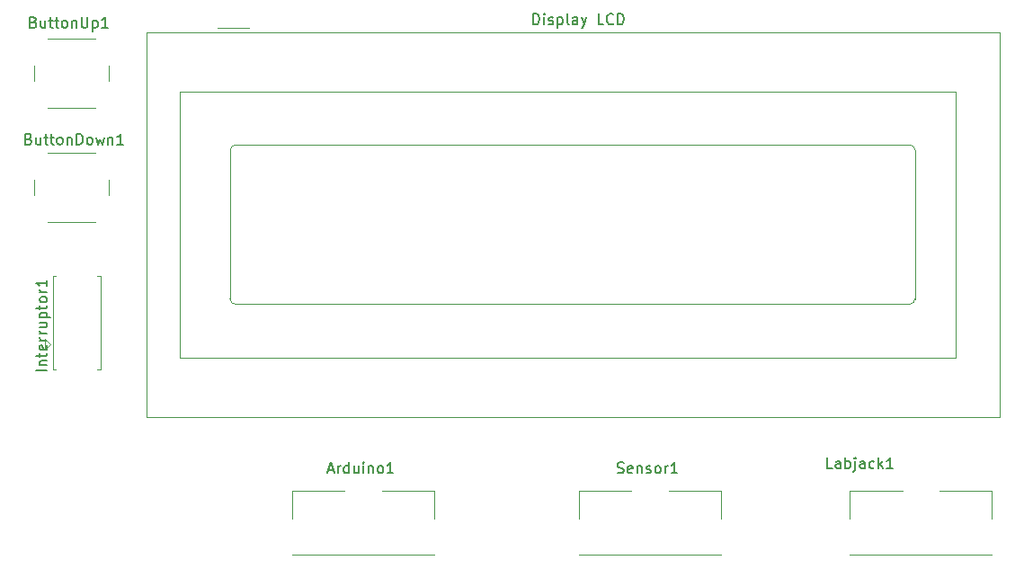
<source format=gbr>
G04 #@! TF.GenerationSoftware,KiCad,Pcbnew,5.1.1-8be2ce7~80~ubuntu16.04.1*
G04 #@! TF.CreationDate,2019-04-23T13:07:39+02:00*
G04 #@! TF.ProjectId,noname,6e6f6e61-6d65-42e6-9b69-6361645f7063,rev?*
G04 #@! TF.SameCoordinates,Original*
G04 #@! TF.FileFunction,Legend,Top*
G04 #@! TF.FilePolarity,Positive*
%FSLAX46Y46*%
G04 Gerber Fmt 4.6, Leading zero omitted, Abs format (unit mm)*
G04 Created by KiCad (PCBNEW 5.1.1-8be2ce7~80~ubuntu16.04.1) date 2019-04-23 13:07:39*
%MOMM*%
%LPD*%
G04 APERTURE LIST*
%ADD10C,0.120000*%
%ADD11C,0.150000*%
G04 APERTURE END LIST*
D10*
X185790000Y-96750000D02*
X185790000Y-97750000D01*
X186290000Y-97250000D02*
X185790000Y-96750000D01*
X185790000Y-97750000D02*
X186290000Y-97250000D01*
X191010000Y-90840000D02*
X190700000Y-90840000D01*
X191010000Y-99660000D02*
X190700000Y-99660000D01*
X186800000Y-99660000D02*
X186490000Y-99660000D01*
X191010000Y-90840000D02*
X191010000Y-99660000D01*
X186490000Y-90840000D02*
X186800000Y-90840000D01*
X186490000Y-99660000D02*
X186490000Y-90840000D01*
X191750000Y-83250000D02*
X191750000Y-81750000D01*
X190500000Y-79250000D02*
X186000000Y-79250000D01*
X184750000Y-81750000D02*
X184750000Y-83250000D01*
X186000000Y-85750000D02*
X190500000Y-85750000D01*
X191750000Y-72500000D02*
X191750000Y-71000000D01*
X190500000Y-68500000D02*
X186000000Y-68500000D01*
X184750000Y-71000000D02*
X184750000Y-72500000D01*
X186000000Y-75000000D02*
X190500000Y-75000000D01*
X222450000Y-117100000D02*
X209050000Y-117100000D01*
X222450000Y-111100000D02*
X217500000Y-111100000D01*
X222450000Y-111100000D02*
X222450000Y-113700000D01*
X209050000Y-111100000D02*
X209050000Y-113700000D01*
X209050000Y-111100000D02*
X214000000Y-111100000D01*
X195360000Y-104140000D02*
X275640000Y-104140000D01*
X275640000Y-104140000D02*
X275640000Y-67860000D01*
X275640000Y-67860000D02*
X196160000Y-67860000D01*
X195360000Y-67860000D02*
X195360000Y-104140000D01*
X195370000Y-67860000D02*
X196160000Y-67860000D01*
X202000000Y-67500000D02*
X205000000Y-67500000D01*
X203700000Y-78500000D02*
X267200000Y-78500000D01*
X203200280Y-92999320D02*
X203200280Y-79000000D01*
X267200660Y-93500000D02*
X203700000Y-93500000D01*
X267700000Y-79000000D02*
X267700000Y-93000000D01*
X267700000Y-79000000D02*
G75*
G03X267200000Y-78500000I-500000J0D01*
G01*
X267200660Y-93499700D02*
G75*
G03X267701040Y-92999320I0J500380D01*
G01*
X203200280Y-92999320D02*
G75*
G03X203700660Y-93499700I500380J0D01*
G01*
X203700660Y-78498460D02*
G75*
G03X203200280Y-78998840I0J-500380D01*
G01*
X198500000Y-73500000D02*
X271500000Y-73500000D01*
X271500000Y-73500000D02*
X271500000Y-98500000D01*
X271500000Y-98500000D02*
X198500000Y-98500000D01*
X198500000Y-98500000D02*
X198500000Y-73500000D01*
X261550000Y-111100000D02*
X266500000Y-111100000D01*
X261550000Y-111100000D02*
X261550000Y-113700000D01*
X274950000Y-111100000D02*
X274950000Y-113700000D01*
X274950000Y-111100000D02*
X270000000Y-111100000D01*
X274950000Y-117100000D02*
X261550000Y-117100000D01*
X236050000Y-111100000D02*
X241000000Y-111100000D01*
X236050000Y-111100000D02*
X236050000Y-113700000D01*
X249450000Y-111100000D02*
X249450000Y-113700000D01*
X249450000Y-111100000D02*
X244500000Y-111100000D01*
X249450000Y-117100000D02*
X236050000Y-117100000D01*
D11*
X185952380Y-99714285D02*
X184952380Y-99714285D01*
X185285714Y-99238095D02*
X185952380Y-99238095D01*
X185380952Y-99238095D02*
X185333333Y-99190476D01*
X185285714Y-99095238D01*
X185285714Y-98952380D01*
X185333333Y-98857142D01*
X185428571Y-98809523D01*
X185952380Y-98809523D01*
X185285714Y-98476190D02*
X185285714Y-98095238D01*
X184952380Y-98333333D02*
X185809523Y-98333333D01*
X185904761Y-98285714D01*
X185952380Y-98190476D01*
X185952380Y-98095238D01*
X185904761Y-97380952D02*
X185952380Y-97476190D01*
X185952380Y-97666666D01*
X185904761Y-97761904D01*
X185809523Y-97809523D01*
X185428571Y-97809523D01*
X185333333Y-97761904D01*
X185285714Y-97666666D01*
X185285714Y-97476190D01*
X185333333Y-97380952D01*
X185428571Y-97333333D01*
X185523809Y-97333333D01*
X185619047Y-97809523D01*
X185952380Y-96904761D02*
X185285714Y-96904761D01*
X185476190Y-96904761D02*
X185380952Y-96857142D01*
X185333333Y-96809523D01*
X185285714Y-96714285D01*
X185285714Y-96619047D01*
X185952380Y-96285714D02*
X185285714Y-96285714D01*
X185476190Y-96285714D02*
X185380952Y-96238095D01*
X185333333Y-96190476D01*
X185285714Y-96095238D01*
X185285714Y-96000000D01*
X185285714Y-95238095D02*
X185952380Y-95238095D01*
X185285714Y-95666666D02*
X185809523Y-95666666D01*
X185904761Y-95619047D01*
X185952380Y-95523809D01*
X185952380Y-95380952D01*
X185904761Y-95285714D01*
X185857142Y-95238095D01*
X185285714Y-94761904D02*
X186285714Y-94761904D01*
X185333333Y-94761904D02*
X185285714Y-94666666D01*
X185285714Y-94476190D01*
X185333333Y-94380952D01*
X185380952Y-94333333D01*
X185476190Y-94285714D01*
X185761904Y-94285714D01*
X185857142Y-94333333D01*
X185904761Y-94380952D01*
X185952380Y-94476190D01*
X185952380Y-94666666D01*
X185904761Y-94761904D01*
X185285714Y-94000000D02*
X185285714Y-93619047D01*
X184952380Y-93857142D02*
X185809523Y-93857142D01*
X185904761Y-93809523D01*
X185952380Y-93714285D01*
X185952380Y-93619047D01*
X185952380Y-93142857D02*
X185904761Y-93238095D01*
X185857142Y-93285714D01*
X185761904Y-93333333D01*
X185476190Y-93333333D01*
X185380952Y-93285714D01*
X185333333Y-93238095D01*
X185285714Y-93142857D01*
X185285714Y-93000000D01*
X185333333Y-92904761D01*
X185380952Y-92857142D01*
X185476190Y-92809523D01*
X185761904Y-92809523D01*
X185857142Y-92857142D01*
X185904761Y-92904761D01*
X185952380Y-93000000D01*
X185952380Y-93142857D01*
X185952380Y-92380952D02*
X185285714Y-92380952D01*
X185476190Y-92380952D02*
X185380952Y-92333333D01*
X185333333Y-92285714D01*
X185285714Y-92190476D01*
X185285714Y-92095238D01*
X185952380Y-91238095D02*
X185952380Y-91809523D01*
X185952380Y-91523809D02*
X184952380Y-91523809D01*
X185095238Y-91619047D01*
X185190476Y-91714285D01*
X185238095Y-91809523D01*
X184238095Y-77928571D02*
X184380952Y-77976190D01*
X184428571Y-78023809D01*
X184476190Y-78119047D01*
X184476190Y-78261904D01*
X184428571Y-78357142D01*
X184380952Y-78404761D01*
X184285714Y-78452380D01*
X183904761Y-78452380D01*
X183904761Y-77452380D01*
X184238095Y-77452380D01*
X184333333Y-77500000D01*
X184380952Y-77547619D01*
X184428571Y-77642857D01*
X184428571Y-77738095D01*
X184380952Y-77833333D01*
X184333333Y-77880952D01*
X184238095Y-77928571D01*
X183904761Y-77928571D01*
X185333333Y-77785714D02*
X185333333Y-78452380D01*
X184904761Y-77785714D02*
X184904761Y-78309523D01*
X184952380Y-78404761D01*
X185047619Y-78452380D01*
X185190476Y-78452380D01*
X185285714Y-78404761D01*
X185333333Y-78357142D01*
X185666666Y-77785714D02*
X186047619Y-77785714D01*
X185809523Y-77452380D02*
X185809523Y-78309523D01*
X185857142Y-78404761D01*
X185952380Y-78452380D01*
X186047619Y-78452380D01*
X186238095Y-77785714D02*
X186619047Y-77785714D01*
X186380952Y-77452380D02*
X186380952Y-78309523D01*
X186428571Y-78404761D01*
X186523809Y-78452380D01*
X186619047Y-78452380D01*
X187095238Y-78452380D02*
X187000000Y-78404761D01*
X186952380Y-78357142D01*
X186904761Y-78261904D01*
X186904761Y-77976190D01*
X186952380Y-77880952D01*
X187000000Y-77833333D01*
X187095238Y-77785714D01*
X187238095Y-77785714D01*
X187333333Y-77833333D01*
X187380952Y-77880952D01*
X187428571Y-77976190D01*
X187428571Y-78261904D01*
X187380952Y-78357142D01*
X187333333Y-78404761D01*
X187238095Y-78452380D01*
X187095238Y-78452380D01*
X187857142Y-77785714D02*
X187857142Y-78452380D01*
X187857142Y-77880952D02*
X187904761Y-77833333D01*
X188000000Y-77785714D01*
X188142857Y-77785714D01*
X188238095Y-77833333D01*
X188285714Y-77928571D01*
X188285714Y-78452380D01*
X188761904Y-78452380D02*
X188761904Y-77452380D01*
X189000000Y-77452380D01*
X189142857Y-77500000D01*
X189238095Y-77595238D01*
X189285714Y-77690476D01*
X189333333Y-77880952D01*
X189333333Y-78023809D01*
X189285714Y-78214285D01*
X189238095Y-78309523D01*
X189142857Y-78404761D01*
X189000000Y-78452380D01*
X188761904Y-78452380D01*
X189904761Y-78452380D02*
X189809523Y-78404761D01*
X189761904Y-78357142D01*
X189714285Y-78261904D01*
X189714285Y-77976190D01*
X189761904Y-77880952D01*
X189809523Y-77833333D01*
X189904761Y-77785714D01*
X190047619Y-77785714D01*
X190142857Y-77833333D01*
X190190476Y-77880952D01*
X190238095Y-77976190D01*
X190238095Y-78261904D01*
X190190476Y-78357142D01*
X190142857Y-78404761D01*
X190047619Y-78452380D01*
X189904761Y-78452380D01*
X190571428Y-77785714D02*
X190761904Y-78452380D01*
X190952380Y-77976190D01*
X191142857Y-78452380D01*
X191333333Y-77785714D01*
X191714285Y-77785714D02*
X191714285Y-78452380D01*
X191714285Y-77880952D02*
X191761904Y-77833333D01*
X191857142Y-77785714D01*
X192000000Y-77785714D01*
X192095238Y-77833333D01*
X192142857Y-77928571D01*
X192142857Y-78452380D01*
X193142857Y-78452380D02*
X192571428Y-78452380D01*
X192857142Y-78452380D02*
X192857142Y-77452380D01*
X192761904Y-77595238D01*
X192666666Y-77690476D01*
X192571428Y-77738095D01*
X184690476Y-66928571D02*
X184833333Y-66976190D01*
X184880952Y-67023809D01*
X184928571Y-67119047D01*
X184928571Y-67261904D01*
X184880952Y-67357142D01*
X184833333Y-67404761D01*
X184738095Y-67452380D01*
X184357142Y-67452380D01*
X184357142Y-66452380D01*
X184690476Y-66452380D01*
X184785714Y-66500000D01*
X184833333Y-66547619D01*
X184880952Y-66642857D01*
X184880952Y-66738095D01*
X184833333Y-66833333D01*
X184785714Y-66880952D01*
X184690476Y-66928571D01*
X184357142Y-66928571D01*
X185785714Y-66785714D02*
X185785714Y-67452380D01*
X185357142Y-66785714D02*
X185357142Y-67309523D01*
X185404761Y-67404761D01*
X185500000Y-67452380D01*
X185642857Y-67452380D01*
X185738095Y-67404761D01*
X185785714Y-67357142D01*
X186119047Y-66785714D02*
X186500000Y-66785714D01*
X186261904Y-66452380D02*
X186261904Y-67309523D01*
X186309523Y-67404761D01*
X186404761Y-67452380D01*
X186500000Y-67452380D01*
X186690476Y-66785714D02*
X187071428Y-66785714D01*
X186833333Y-66452380D02*
X186833333Y-67309523D01*
X186880952Y-67404761D01*
X186976190Y-67452380D01*
X187071428Y-67452380D01*
X187547619Y-67452380D02*
X187452380Y-67404761D01*
X187404761Y-67357142D01*
X187357142Y-67261904D01*
X187357142Y-66976190D01*
X187404761Y-66880952D01*
X187452380Y-66833333D01*
X187547619Y-66785714D01*
X187690476Y-66785714D01*
X187785714Y-66833333D01*
X187833333Y-66880952D01*
X187880952Y-66976190D01*
X187880952Y-67261904D01*
X187833333Y-67357142D01*
X187785714Y-67404761D01*
X187690476Y-67452380D01*
X187547619Y-67452380D01*
X188309523Y-66785714D02*
X188309523Y-67452380D01*
X188309523Y-66880952D02*
X188357142Y-66833333D01*
X188452380Y-66785714D01*
X188595238Y-66785714D01*
X188690476Y-66833333D01*
X188738095Y-66928571D01*
X188738095Y-67452380D01*
X189214285Y-66452380D02*
X189214285Y-67261904D01*
X189261904Y-67357142D01*
X189309523Y-67404761D01*
X189404761Y-67452380D01*
X189595238Y-67452380D01*
X189690476Y-67404761D01*
X189738095Y-67357142D01*
X189785714Y-67261904D01*
X189785714Y-66452380D01*
X190261904Y-66785714D02*
X190261904Y-67785714D01*
X190261904Y-66833333D02*
X190357142Y-66785714D01*
X190547619Y-66785714D01*
X190642857Y-66833333D01*
X190690476Y-66880952D01*
X190738095Y-66976190D01*
X190738095Y-67261904D01*
X190690476Y-67357142D01*
X190642857Y-67404761D01*
X190547619Y-67452380D01*
X190357142Y-67452380D01*
X190261904Y-67404761D01*
X191690476Y-67452380D02*
X191119047Y-67452380D01*
X191404761Y-67452380D02*
X191404761Y-66452380D01*
X191309523Y-66595238D01*
X191214285Y-66690476D01*
X191119047Y-66738095D01*
X212428571Y-109116666D02*
X212904761Y-109116666D01*
X212333333Y-109402380D02*
X212666666Y-108402380D01*
X213000000Y-109402380D01*
X213333333Y-109402380D02*
X213333333Y-108735714D01*
X213333333Y-108926190D02*
X213380952Y-108830952D01*
X213428571Y-108783333D01*
X213523809Y-108735714D01*
X213619047Y-108735714D01*
X214380952Y-109402380D02*
X214380952Y-108402380D01*
X214380952Y-109354761D02*
X214285714Y-109402380D01*
X214095238Y-109402380D01*
X214000000Y-109354761D01*
X213952380Y-109307142D01*
X213904761Y-109211904D01*
X213904761Y-108926190D01*
X213952380Y-108830952D01*
X214000000Y-108783333D01*
X214095238Y-108735714D01*
X214285714Y-108735714D01*
X214380952Y-108783333D01*
X215285714Y-108735714D02*
X215285714Y-109402380D01*
X214857142Y-108735714D02*
X214857142Y-109259523D01*
X214904761Y-109354761D01*
X215000000Y-109402380D01*
X215142857Y-109402380D01*
X215238095Y-109354761D01*
X215285714Y-109307142D01*
X215761904Y-109402380D02*
X215761904Y-108735714D01*
X215761904Y-108402380D02*
X215714285Y-108450000D01*
X215761904Y-108497619D01*
X215809523Y-108450000D01*
X215761904Y-108402380D01*
X215761904Y-108497619D01*
X216238095Y-108735714D02*
X216238095Y-109402380D01*
X216238095Y-108830952D02*
X216285714Y-108783333D01*
X216380952Y-108735714D01*
X216523809Y-108735714D01*
X216619047Y-108783333D01*
X216666666Y-108878571D01*
X216666666Y-109402380D01*
X217285714Y-109402380D02*
X217190476Y-109354761D01*
X217142857Y-109307142D01*
X217095238Y-109211904D01*
X217095238Y-108926190D01*
X217142857Y-108830952D01*
X217190476Y-108783333D01*
X217285714Y-108735714D01*
X217428571Y-108735714D01*
X217523809Y-108783333D01*
X217571428Y-108830952D01*
X217619047Y-108926190D01*
X217619047Y-109211904D01*
X217571428Y-109307142D01*
X217523809Y-109354761D01*
X217428571Y-109402380D01*
X217285714Y-109402380D01*
X218571428Y-109402380D02*
X218000000Y-109402380D01*
X218285714Y-109402380D02*
X218285714Y-108402380D01*
X218190476Y-108545238D01*
X218095238Y-108640476D01*
X218000000Y-108688095D01*
X231761904Y-67142380D02*
X231761904Y-66142380D01*
X232000000Y-66142380D01*
X232142857Y-66190000D01*
X232238095Y-66285238D01*
X232285714Y-66380476D01*
X232333333Y-66570952D01*
X232333333Y-66713809D01*
X232285714Y-66904285D01*
X232238095Y-66999523D01*
X232142857Y-67094761D01*
X232000000Y-67142380D01*
X231761904Y-67142380D01*
X232761904Y-67142380D02*
X232761904Y-66475714D01*
X232761904Y-66142380D02*
X232714285Y-66190000D01*
X232761904Y-66237619D01*
X232809523Y-66190000D01*
X232761904Y-66142380D01*
X232761904Y-66237619D01*
X233190476Y-67094761D02*
X233285714Y-67142380D01*
X233476190Y-67142380D01*
X233571428Y-67094761D01*
X233619047Y-66999523D01*
X233619047Y-66951904D01*
X233571428Y-66856666D01*
X233476190Y-66809047D01*
X233333333Y-66809047D01*
X233238095Y-66761428D01*
X233190476Y-66666190D01*
X233190476Y-66618571D01*
X233238095Y-66523333D01*
X233333333Y-66475714D01*
X233476190Y-66475714D01*
X233571428Y-66523333D01*
X234047619Y-66475714D02*
X234047619Y-67475714D01*
X234047619Y-66523333D02*
X234142857Y-66475714D01*
X234333333Y-66475714D01*
X234428571Y-66523333D01*
X234476190Y-66570952D01*
X234523809Y-66666190D01*
X234523809Y-66951904D01*
X234476190Y-67047142D01*
X234428571Y-67094761D01*
X234333333Y-67142380D01*
X234142857Y-67142380D01*
X234047619Y-67094761D01*
X235095238Y-67142380D02*
X235000000Y-67094761D01*
X234952380Y-66999523D01*
X234952380Y-66142380D01*
X235904761Y-67142380D02*
X235904761Y-66618571D01*
X235857142Y-66523333D01*
X235761904Y-66475714D01*
X235571428Y-66475714D01*
X235476190Y-66523333D01*
X235904761Y-67094761D02*
X235809523Y-67142380D01*
X235571428Y-67142380D01*
X235476190Y-67094761D01*
X235428571Y-66999523D01*
X235428571Y-66904285D01*
X235476190Y-66809047D01*
X235571428Y-66761428D01*
X235809523Y-66761428D01*
X235904761Y-66713809D01*
X236285714Y-66475714D02*
X236523809Y-67142380D01*
X236761904Y-66475714D02*
X236523809Y-67142380D01*
X236428571Y-67380476D01*
X236380952Y-67428095D01*
X236285714Y-67475714D01*
X238380952Y-67142380D02*
X237904761Y-67142380D01*
X237904761Y-66142380D01*
X239285714Y-67047142D02*
X239238095Y-67094761D01*
X239095238Y-67142380D01*
X239000000Y-67142380D01*
X238857142Y-67094761D01*
X238761904Y-66999523D01*
X238714285Y-66904285D01*
X238666666Y-66713809D01*
X238666666Y-66570952D01*
X238714285Y-66380476D01*
X238761904Y-66285238D01*
X238857142Y-66190000D01*
X239000000Y-66142380D01*
X239095238Y-66142380D01*
X239238095Y-66190000D01*
X239285714Y-66237619D01*
X239714285Y-67142380D02*
X239714285Y-66142380D01*
X239952380Y-66142380D01*
X240095238Y-66190000D01*
X240190476Y-66285238D01*
X240238095Y-66380476D01*
X240285714Y-66570952D01*
X240285714Y-66713809D01*
X240238095Y-66904285D01*
X240190476Y-66999523D01*
X240095238Y-67094761D01*
X239952380Y-67142380D01*
X239714285Y-67142380D01*
X259904761Y-108952380D02*
X259428571Y-108952380D01*
X259428571Y-107952380D01*
X260666666Y-108952380D02*
X260666666Y-108428571D01*
X260619047Y-108333333D01*
X260523809Y-108285714D01*
X260333333Y-108285714D01*
X260238095Y-108333333D01*
X260666666Y-108904761D02*
X260571428Y-108952380D01*
X260333333Y-108952380D01*
X260238095Y-108904761D01*
X260190476Y-108809523D01*
X260190476Y-108714285D01*
X260238095Y-108619047D01*
X260333333Y-108571428D01*
X260571428Y-108571428D01*
X260666666Y-108523809D01*
X261142857Y-108952380D02*
X261142857Y-107952380D01*
X261142857Y-108333333D02*
X261238095Y-108285714D01*
X261428571Y-108285714D01*
X261523809Y-108333333D01*
X261571428Y-108380952D01*
X261619047Y-108476190D01*
X261619047Y-108761904D01*
X261571428Y-108857142D01*
X261523809Y-108904761D01*
X261428571Y-108952380D01*
X261238095Y-108952380D01*
X261142857Y-108904761D01*
X262047619Y-108285714D02*
X262047619Y-109142857D01*
X262000000Y-109238095D01*
X261904761Y-109285714D01*
X261857142Y-109285714D01*
X262047619Y-107952380D02*
X262000000Y-108000000D01*
X262047619Y-108047619D01*
X262095238Y-108000000D01*
X262047619Y-107952380D01*
X262047619Y-108047619D01*
X262952380Y-108952380D02*
X262952380Y-108428571D01*
X262904761Y-108333333D01*
X262809523Y-108285714D01*
X262619047Y-108285714D01*
X262523809Y-108333333D01*
X262952380Y-108904761D02*
X262857142Y-108952380D01*
X262619047Y-108952380D01*
X262523809Y-108904761D01*
X262476190Y-108809523D01*
X262476190Y-108714285D01*
X262523809Y-108619047D01*
X262619047Y-108571428D01*
X262857142Y-108571428D01*
X262952380Y-108523809D01*
X263857142Y-108904761D02*
X263761904Y-108952380D01*
X263571428Y-108952380D01*
X263476190Y-108904761D01*
X263428571Y-108857142D01*
X263380952Y-108761904D01*
X263380952Y-108476190D01*
X263428571Y-108380952D01*
X263476190Y-108333333D01*
X263571428Y-108285714D01*
X263761904Y-108285714D01*
X263857142Y-108333333D01*
X264285714Y-108952380D02*
X264285714Y-107952380D01*
X264380952Y-108571428D02*
X264666666Y-108952380D01*
X264666666Y-108285714D02*
X264285714Y-108666666D01*
X265619047Y-108952380D02*
X265047619Y-108952380D01*
X265333333Y-108952380D02*
X265333333Y-107952380D01*
X265238095Y-108095238D01*
X265142857Y-108190476D01*
X265047619Y-108238095D01*
X239690476Y-109354761D02*
X239833333Y-109402380D01*
X240071428Y-109402380D01*
X240166666Y-109354761D01*
X240214285Y-109307142D01*
X240261904Y-109211904D01*
X240261904Y-109116666D01*
X240214285Y-109021428D01*
X240166666Y-108973809D01*
X240071428Y-108926190D01*
X239880952Y-108878571D01*
X239785714Y-108830952D01*
X239738095Y-108783333D01*
X239690476Y-108688095D01*
X239690476Y-108592857D01*
X239738095Y-108497619D01*
X239785714Y-108450000D01*
X239880952Y-108402380D01*
X240119047Y-108402380D01*
X240261904Y-108450000D01*
X241071428Y-109354761D02*
X240976190Y-109402380D01*
X240785714Y-109402380D01*
X240690476Y-109354761D01*
X240642857Y-109259523D01*
X240642857Y-108878571D01*
X240690476Y-108783333D01*
X240785714Y-108735714D01*
X240976190Y-108735714D01*
X241071428Y-108783333D01*
X241119047Y-108878571D01*
X241119047Y-108973809D01*
X240642857Y-109069047D01*
X241547619Y-108735714D02*
X241547619Y-109402380D01*
X241547619Y-108830952D02*
X241595238Y-108783333D01*
X241690476Y-108735714D01*
X241833333Y-108735714D01*
X241928571Y-108783333D01*
X241976190Y-108878571D01*
X241976190Y-109402380D01*
X242404761Y-109354761D02*
X242500000Y-109402380D01*
X242690476Y-109402380D01*
X242785714Y-109354761D01*
X242833333Y-109259523D01*
X242833333Y-109211904D01*
X242785714Y-109116666D01*
X242690476Y-109069047D01*
X242547619Y-109069047D01*
X242452380Y-109021428D01*
X242404761Y-108926190D01*
X242404761Y-108878571D01*
X242452380Y-108783333D01*
X242547619Y-108735714D01*
X242690476Y-108735714D01*
X242785714Y-108783333D01*
X243404761Y-109402380D02*
X243309523Y-109354761D01*
X243261904Y-109307142D01*
X243214285Y-109211904D01*
X243214285Y-108926190D01*
X243261904Y-108830952D01*
X243309523Y-108783333D01*
X243404761Y-108735714D01*
X243547619Y-108735714D01*
X243642857Y-108783333D01*
X243690476Y-108830952D01*
X243738095Y-108926190D01*
X243738095Y-109211904D01*
X243690476Y-109307142D01*
X243642857Y-109354761D01*
X243547619Y-109402380D01*
X243404761Y-109402380D01*
X244166666Y-109402380D02*
X244166666Y-108735714D01*
X244166666Y-108926190D02*
X244214285Y-108830952D01*
X244261904Y-108783333D01*
X244357142Y-108735714D01*
X244452380Y-108735714D01*
X245309523Y-109402380D02*
X244738095Y-109402380D01*
X245023809Y-109402380D02*
X245023809Y-108402380D01*
X244928571Y-108545238D01*
X244833333Y-108640476D01*
X244738095Y-108688095D01*
M02*

</source>
